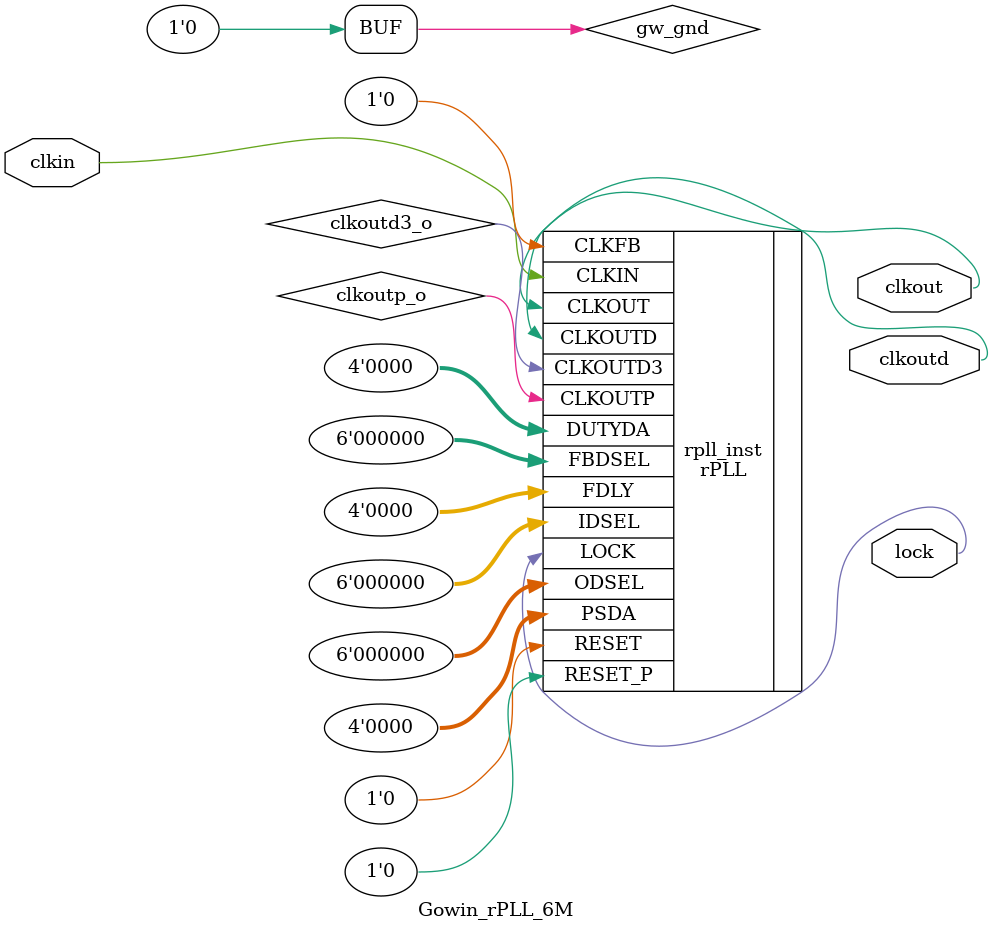
<source format=v>

module Gowin_rPLL_6M (clkout, lock, clkoutd, clkin);

output clkout;
output lock;
output clkoutd;
input clkin;

wire clkoutp_o;
wire clkoutd3_o;
wire gw_gnd;

assign gw_gnd = 1'b0;

rPLL rpll_inst (
    .CLKOUT(clkout),
    .LOCK(lock),
    .CLKOUTP(clkoutp_o),
    .CLKOUTD(clkoutd),
    .CLKOUTD3(clkoutd3_o),
    .RESET(gw_gnd),
    .RESET_P(gw_gnd),
    .CLKIN(clkin),
    .CLKFB(gw_gnd),
    .FBDSEL({gw_gnd,gw_gnd,gw_gnd,gw_gnd,gw_gnd,gw_gnd}),
    .IDSEL({gw_gnd,gw_gnd,gw_gnd,gw_gnd,gw_gnd,gw_gnd}),
    .ODSEL({gw_gnd,gw_gnd,gw_gnd,gw_gnd,gw_gnd,gw_gnd}),
    .PSDA({gw_gnd,gw_gnd,gw_gnd,gw_gnd}),
    .DUTYDA({gw_gnd,gw_gnd,gw_gnd,gw_gnd}),
    .FDLY({gw_gnd,gw_gnd,gw_gnd,gw_gnd})
);

defparam rpll_inst.FCLKIN = "27";
defparam rpll_inst.DYN_IDIV_SEL = "false";
defparam rpll_inst.IDIV_SEL = 8;
defparam rpll_inst.DYN_FBDIV_SEL = "false";
defparam rpll_inst.FBDIV_SEL = 1;
defparam rpll_inst.DYN_ODIV_SEL = "false";
defparam rpll_inst.ODIV_SEL = 96;
defparam rpll_inst.PSDA_SEL = "0000";
defparam rpll_inst.DYN_DA_EN = "true";
defparam rpll_inst.DUTYDA_SEL = "1000";
defparam rpll_inst.CLKOUT_FT_DIR = 1'b1;
defparam rpll_inst.CLKOUTP_FT_DIR = 1'b1;
defparam rpll_inst.CLKOUT_DLY_STEP = 0;
defparam rpll_inst.CLKOUTP_DLY_STEP = 0;
defparam rpll_inst.CLKFB_SEL = "internal";
defparam rpll_inst.CLKOUT_BYPASS = "false";
defparam rpll_inst.CLKOUTP_BYPASS = "false";
defparam rpll_inst.CLKOUTD_BYPASS = "false";
defparam rpll_inst.DYN_SDIV_SEL = 6;
defparam rpll_inst.CLKOUTD_SRC = "CLKOUT";
defparam rpll_inst.CLKOUTD3_SRC = "CLKOUT";
defparam rpll_inst.DEVICE = "GW2A-18C";

endmodule //Gowin_rPLL_6M

</source>
